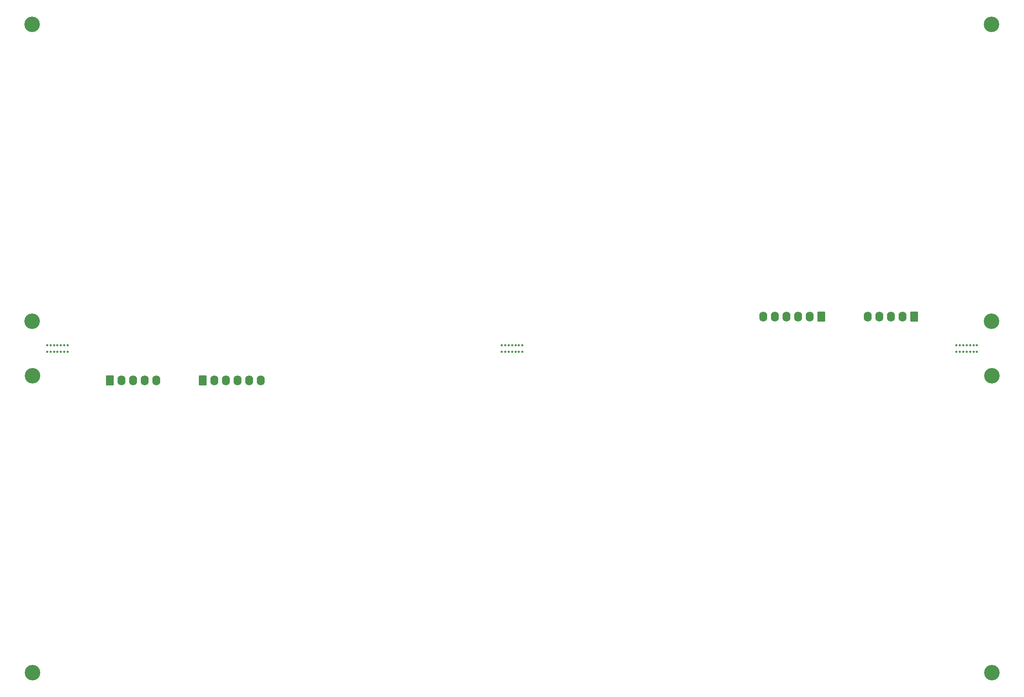
<source format=gbr>
%TF.GenerationSoftware,KiCad,Pcbnew,5.99.0-unknown-5db75805bd~106~ubuntu20.04.1*%
%TF.CreationDate,2021-01-05T12:39:39+10:00*%
%TF.ProjectId,panel_switch_piano_2up,70616e65-6c5f-4737-9769-7463685f7069,rev?*%
%TF.SameCoordinates,PX2faf080PY2160ec0*%
%TF.FileFunction,Soldermask,Bot*%
%TF.FilePolarity,Negative*%
%FSLAX46Y46*%
G04 Gerber Fmt 4.6, Leading zero omitted, Abs format (unit mm)*
G04 Created by KiCad (PCBNEW 5.99.0-unknown-5db75805bd~106~ubuntu20.04.1) date 2021-01-05 12:39:39*
%MOMM*%
%LPD*%
G01*
G04 APERTURE LIST*
G04 Aperture macros list*
%AMRoundRect*
0 Rectangle with rounded corners*
0 $1 Rounding radius*
0 $2 $3 $4 $5 $6 $7 $8 $9 X,Y pos of 4 corners*
0 Add a 4 corners polygon primitive as box body*
4,1,4,$2,$3,$4,$5,$6,$7,$8,$9,$2,$3,0*
0 Add four circle primitives for the rounded corners*
1,1,$1+$1,$2,$3,0*
1,1,$1+$1,$4,$5,0*
1,1,$1+$1,$6,$7,0*
1,1,$1+$1,$8,$9,0*
0 Add four rect primitives between the rounded corners*
20,1,$1+$1,$2,$3,$4,$5,0*
20,1,$1+$1,$4,$5,$6,$7,0*
20,1,$1+$1,$6,$7,$8,$9,0*
20,1,$1+$1,$8,$9,$2,$3,0*%
G04 Aperture macros list end*
%ADD10C,3.400000*%
%ADD11RoundRect,0.250000X0.620000X0.845000X-0.620000X0.845000X-0.620000X-0.845000X0.620000X-0.845000X0*%
%ADD12O,1.740000X2.190000*%
%ADD13C,0.500000*%
%ADD14RoundRect,0.250000X-0.620000X-0.845000X0.620000X-0.845000X0.620000X0.845000X-0.620000X0.845000X0*%
G04 APERTURE END LIST*
D10*
%TO.C,H1*%
X-535534Y17964466D03*
%TD*%
%TO.C,H2*%
X209464466Y17964466D03*
%TD*%
%TO.C,H3*%
X209464466Y-47035534D03*
%TD*%
D11*
%TO.C,J2*%
X172144466Y-46035534D03*
D12*
X169604466Y-46035534D03*
X167064466Y-46035534D03*
X164524466Y-46035534D03*
X161984466Y-46035534D03*
X159444466Y-46035534D03*
%TD*%
D10*
%TO.C,H4*%
X-535534Y-47035534D03*
%TD*%
D11*
%TO.C,J1*%
X192464466Y-46035534D03*
D12*
X189924466Y-46035534D03*
X187384466Y-46035534D03*
X184844466Y-46035534D03*
X182304466Y-46035534D03*
%TD*%
D13*
%TO.C,mouse-bite-2mm-slot*%
X103750000Y-53750000D03*
X102250000Y-52250000D03*
X105250000Y-52250000D03*
X106000000Y-53750000D03*
X104500000Y-52250000D03*
X103000000Y-52250000D03*
X106750000Y-53750000D03*
X106750000Y-52250000D03*
X102250000Y-53750000D03*
X106000000Y-52250000D03*
X103000000Y-53750000D03*
X104500000Y-53750000D03*
X105250000Y-53750000D03*
X103750000Y-52250000D03*
%TD*%
%TO.C,mouse-bite-2mm-slot*%
X204000000Y-52250000D03*
X201750000Y-52250000D03*
X203250000Y-53750000D03*
X201750000Y-53750000D03*
X202500000Y-52250000D03*
X204750000Y-52250000D03*
X206250000Y-52250000D03*
X204000000Y-53750000D03*
X203250000Y-52250000D03*
X206250000Y-53750000D03*
X205500000Y-53750000D03*
X204750000Y-53750000D03*
X205500000Y-52250000D03*
X202500000Y-53750000D03*
%TD*%
%TO.C,mouse-bite-2mm-slot*%
X5000000Y-52250000D03*
X2750000Y-52250000D03*
X4250000Y-53750000D03*
X2750000Y-53750000D03*
X3500000Y-52250000D03*
X5750000Y-52250000D03*
X7250000Y-52250000D03*
X5000000Y-53750000D03*
X4250000Y-52250000D03*
X7250000Y-53750000D03*
X6500000Y-53750000D03*
X5750000Y-53750000D03*
X6500000Y-52250000D03*
X3500000Y-53750000D03*
%TD*%
D14*
%TO.C,J2*%
X36820000Y-60000000D03*
D12*
X39360000Y-60000000D03*
X41900000Y-60000000D03*
X44440000Y-60000000D03*
X46980000Y-60000000D03*
X49520000Y-60000000D03*
%TD*%
D10*
%TO.C,H1*%
X209500000Y-124000000D03*
%TD*%
%TO.C,H3*%
X-500000Y-59000000D03*
%TD*%
%TO.C,H4*%
X209500000Y-59000000D03*
%TD*%
D14*
%TO.C,J1*%
X16500000Y-60000000D03*
D12*
X19040000Y-60000000D03*
X21580000Y-60000000D03*
X24120000Y-60000000D03*
X26660000Y-60000000D03*
%TD*%
D10*
%TO.C,H2*%
X-500000Y-124000000D03*
%TD*%
M02*

</source>
